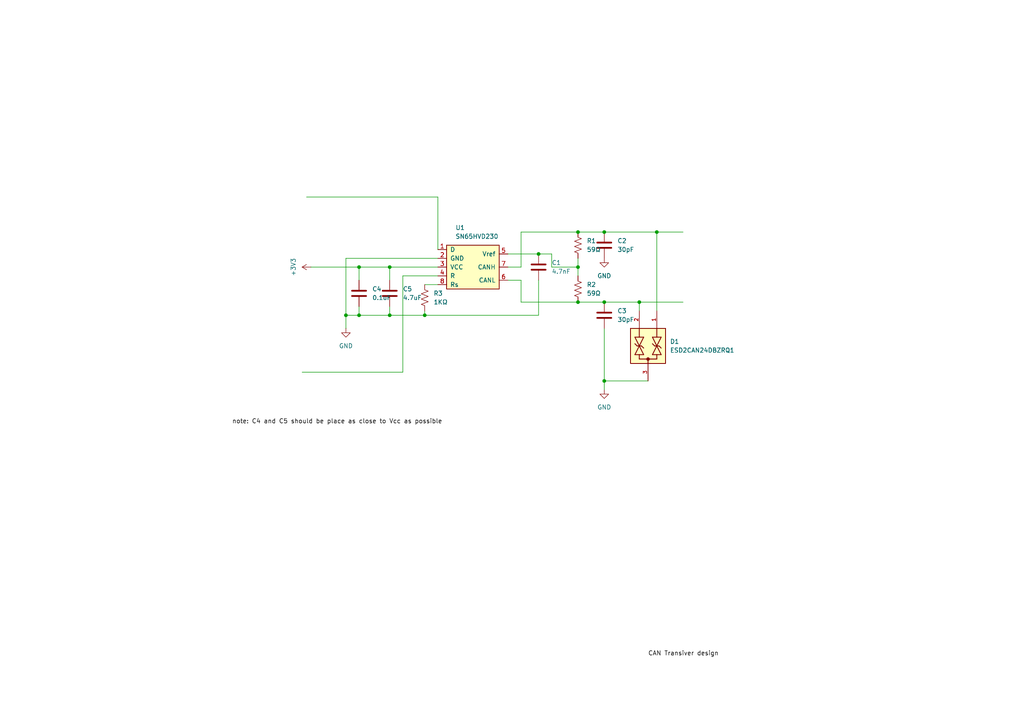
<source format=kicad_sch>
(kicad_sch (version 20250114) (generator "eeschema") (generator_version "9.0")
  (paper "A4")
  (lib_symbols
    (symbol "Device:C" (pin_numbers (hide yes)) (pin_names (offset 0.254))
      (property "Reference" "C" (at 0.635 2.54 0))
      (property "Value" "C" (at 0.635 -2.54 0))
      (symbol "C_0_1"
        (polyline (pts (xy -2.032 0.762) (xy 2.032 0.762)) (stroke (width 0.508)))
        (polyline (pts (xy -2.032 -0.762) (xy 2.032 -0.762)) (stroke (width 0.508)))
      )
      (symbol "C_1_1"
        (pin passive line (at 0 3.81 270) (length 2.794) (name "~") (number "1"))
        (pin passive line (at 0 -3.81 90) (length 2.794) (name "~") (number "2"))
      )
    )
    (symbol "Device:R_US" (pin_numbers (hide yes)) (pin_names (offset 0))
      (property "Reference" "R" (at 2.54 0 90))
      (property "Value" "R_US" (at -2.54 0 90))
      (symbol "R_US_0_1"
        (polyline (pts (xy 0 2.286) (xy 0 2.54)))
        (polyline (pts (xy 0 2.286) (xy 1.016 1.905) (xy 0 1.524) (xy -1.016 1.143) (xy 0 0.762)))
        (polyline (pts (xy 0 0.762) (xy 1.016 0.381) (xy 0 0) (xy -1.016 -0.381) (xy 0 -0.762)))
        (polyline (pts (xy 0 -0.762) (xy 1.016 -1.143) (xy 0 -1.524) (xy -1.016 -1.905) (xy 0 -2.286)))
        (polyline (pts (xy 0 -2.286) (xy 0 -2.54)))
      )
      (symbol "R_US_1_1"
        (pin passive line (at 0 3.81 270) (length 1.27) (name "~") (number "1"))
        (pin passive line (at 0 -3.81 90) (length 1.27) (name "~") (number "2"))
      )
    )
    (symbol "ESD2CAN24DBZRQ1:ESD2CAN24DBZRQ1" (pin_names (offset 1.016))
      (property "Reference" "D" (at -5.08 5.842 0))
      (property "Value" "ESD2CAN24DBZRQ1" (at -5.08 -7.62 0))
      (symbol "ESD2CAN24DBZRQ1_0_0"
        (polyline (pts (xy -5.08 2.54) (xy -2.54 2.54)) (stroke (width 0.254)))
        (polyline (pts (xy -5.08 -2.54) (xy -2.54 -2.54)) (stroke (width 0.254)))
        (rectangle (start -5.08 -5.08) (end 5.08 5.08) (stroke (width 0.254)) (fill (type background)))
        (polyline (pts (xy -2.54 3.81) (xy 0 2.54)) (stroke (width 0.254)))
        (polyline (pts (xy -2.54 2.54) (xy -2.54 3.81)) (stroke (width 0.254)))
        (polyline (pts (xy -2.54 1.27) (xy -2.54 2.54)) (stroke (width 0.254)))
        (polyline (pts (xy -2.54 -1.27) (xy 0 -2.54)) (stroke (width 0.254)))
        (polyline (pts (xy -2.54 -2.54) (xy -2.54 -1.27)) (stroke (width 0.254)))
        (polyline (pts (xy -2.54 -3.81) (xy -2.54 -2.54)) (stroke (width 0.254)))
        (polyline (pts (xy 0 3.175) (xy 0 2.54)) (stroke (width 0.254)))
        (polyline (pts (xy 0 2.54) (xy -2.54 1.27)) (stroke (width 0.254)))
        (polyline (pts (xy 0 2.54) (xy 0 1.905)) (stroke (width 0.254)))
        (polyline (pts (xy 0 2.54) (xy 2.54 3.81)) (stroke (width 0.254)))
        (polyline (pts (xy 0 1.905) (xy -0.635 1.27)) (stroke (width 0.254)))
        (polyline (pts (xy 0 -1.905) (xy 0 -2.54)) (stroke (width 0.254)))
        (polyline (pts (xy 0 -2.54) (xy -2.54 -3.81)) (stroke (width 0.254)))
        (polyline (pts (xy 0 -2.54) (xy 0 -3.175)) (stroke (width 0.254)))
        (polyline (pts (xy 0 -2.54) (xy 2.54 -1.27)) (stroke (width 0.254)))
        (polyline (pts (xy 0 -3.175) (xy -0.635 -3.81)) (stroke (width 0.254)))
        (polyline (pts (xy 0.635 3.81) (xy 0 3.175)) (stroke (width 0.254)))
        (polyline (pts (xy 0.635 -1.27) (xy 0 -1.905)) (stroke (width 0.254)))
        (polyline (pts (xy 2.54 3.81) (xy 2.54 2.54)) (stroke (width 0.254)))
        (polyline (pts (xy 2.54 2.54) (xy 2.54 1.27)) (stroke (width 0.254)))
        (polyline (pts (xy 2.54 1.27) (xy 0 2.54)) (stroke (width 0.254)))
        (polyline (pts (xy 2.54 -1.27) (xy 2.54 -2.54)) (stroke (width 0.254)))
        (polyline (pts (xy 2.54 -2.54) (xy 2.54 -3.81)) (stroke (width 0.254)))
        (polyline (pts (xy 2.54 -3.81) (xy 0 -2.54)) (stroke (width 0.254)))
        (polyline (pts (xy 3.81 2.54) (xy 2.54 2.54)) (stroke (width 0.254)))
        (polyline (pts (xy 3.81 2.54) (xy 3.81 0)) (stroke (width 0.254)))
        (polyline (pts (xy 3.81 0) (xy 3.81 -2.54)) (stroke (width 0.254)))
        (circle (center 3.81 0) (radius 0.254) (stroke (width 0.508)))
        (polyline (pts (xy 3.81 -2.54) (xy 2.54 -2.54)) (stroke (width 0.254)))
        (polyline (pts (xy 5.08 0) (xy 3.81 0)) (stroke (width 0.254)))
        (pin bidirectional line (at -10.16 2.54 0) (length 5.08) (name "~") (number "1"))
        (pin bidirectional line (at -10.16 -2.54 0) (length 5.08) (name "~") (number "2"))
        (pin power_in line (at 10.16 0 180) (length 5.08) (name "~") (number "3"))
      )
    )
    (symbol "Interface_CAN_LIN:SN65HVD230" (pin_names (offset 1.016))
      (property "Reference" "U1" (at 2.1433 10.16 0))
      (property "Value" "SN65HVD230" (at 2.1433 7.62 0))
      (symbol "SN65HVD230_0_1"
        (rectangle (start -7.62 5.08) (end 7.62 -7.62) (stroke (width 0.254)) (fill (type background)))
      )
      (symbol "SN65HVD230_1_1"
        (pin input line (at -10.16 3.81 0) (length 2.54) (name "D") (number "1"))
        (pin power_in line (at -10.16 1.27 0) (length 2.54) (name "GND") (number "2"))
        (pin power_in line (at -10.16 -1.27 0) (length 2.54) (name "VCC") (number "3"))
        (pin output line (at -10.16 -3.81 0) (length 2.54) (name "R") (number "4"))
        (pin input line (at -10.16 -6.35 0) (length 2.54) (name "Rs") (number "8"))
        (pin output line (at 10.16 2.54 180) (length 2.54) (name "Vref") (number "5"))
        (pin bidirectional line (at 10.16 -1.27 180) (length 2.54) (name "CANH") (number "7"))
        (pin bidirectional line (at 10.16 -5.08 180) (length 2.54) (name "CANL") (number "6"))
      )
    )
    (symbol "power:+3V3" (power) (pin_numbers (hide yes)) (pin_names (offset 0) (hide yes))
      (property "Value" "+3V3" (at 0 3.556 0))
      (symbol "+3V3_0_1"
        (polyline (pts (xy -0.762 1.27) (xy 0 2.54)))
        (polyline (pts (xy 0 2.54) (xy 0.762 1.27)))
        (polyline (pts (xy 0 0) (xy 0 2.54)))
      )
      (symbol "+3V3_1_1"
        (pin power_in line (at 0 0 90) (length 0) (name "~") (number "1"))
      )
    )
    (symbol "power:GND" (power) (pin_numbers (hide yes)) (pin_names (offset 0) (hide yes))
      (property "Value" "GND" (at 0 -3.81 0))
      (symbol "GND_0_1"
        (polyline (pts (xy 0 0) (xy 0 -1.27) (xy 1.27 -1.27) (xy 0 -2.54) (xy -1.27 -1.27) (xy 0 -1.27)))
      )
      (symbol "GND_1_1"
        (pin power_in line (at 0 0 270) (length 0) (name "~") (number "1"))
      )
    )
  )
  (junction (at 104.14 77.47))
  (junction (at 175.26 110.49))
  (junction (at 167.64 87.63))
  (junction (at 185.42 87.63))
  (junction (at 190.5 67.31))
  (junction (at 167.64 77.47))
  (junction (at 156.21 73.66))
  (junction (at 175.26 87.63))
  (junction (at 100.33 91.44))
  (junction (at 104.14 91.44))
  (junction (at 167.64 67.31))
  (junction (at 113.03 77.47))
  (junction (at 123.19 91.44))
  (junction (at 113.03 91.44))
  (junction (at 175.26 67.31))
  (wire (pts (xy 123.19 91.44) (xy 156.21 91.44)))
  (wire (pts (xy 127 72.39) (xy 127 57.15)))
  (wire (pts (xy 167.64 67.31) (xy 175.26 67.31)))
  (wire (pts (xy 113.03 77.47) (xy 127 77.47)))
  (wire (pts (xy 87.63 107.95) (xy 116.84 107.95)))
  (wire (pts (xy 90.17 77.47) (xy 104.14 77.47)))
  (wire (pts (xy 175.26 87.63) (xy 185.42 87.63)))
  (wire (pts (xy 104.14 88.9) (xy 104.14 91.44)))
  (wire (pts (xy 175.26 113.03) (xy 175.26 110.49)))
  (wire (pts (xy 113.03 91.44) (xy 123.19 91.44)))
  (wire (pts (xy 151.13 81.28) (xy 151.13 87.63)))
  (wire (pts (xy 156.21 73.66) (xy 160.02 73.66)))
  (wire (pts (xy 100.33 91.44) (xy 104.14 91.44)))
  (wire (pts (xy 113.03 81.28) (xy 113.03 77.47)))
  (wire (pts (xy 104.14 91.44) (xy 113.03 91.44)))
  (wire (pts (xy 104.14 81.28) (xy 104.14 77.47)))
  (wire (pts (xy 116.84 80.01) (xy 116.84 107.95)))
  (wire (pts (xy 88.9 57.15) (xy 127 57.15)))
  (wire (pts (xy 147.32 77.47) (xy 151.13 77.47)))
  (wire (pts (xy 160.02 77.47) (xy 167.64 77.47)))
  (wire (pts (xy 151.13 67.31) (xy 167.64 67.31)))
  (wire (pts (xy 167.64 74.93) (xy 167.64 77.47)))
  (wire (pts (xy 185.42 87.63) (xy 198.12 87.63)))
  (wire (pts (xy 104.14 77.47) (xy 113.03 77.47)))
  (wire (pts (xy 127 80.01) (xy 116.84 80.01)))
  (wire (pts (xy 151.13 87.63) (xy 167.64 87.63)))
  (wire (pts (xy 190.5 67.31) (xy 198.12 67.31)))
  (wire (pts (xy 167.64 87.63) (xy 175.26 87.63)))
  (wire (pts (xy 100.33 74.93) (xy 127 74.93)))
  (wire (pts (xy 147.32 73.66) (xy 156.21 73.66)))
  (wire (pts (xy 113.03 88.9) (xy 113.03 91.44)))
  (wire (pts (xy 123.19 90.17) (xy 123.19 91.44)))
  (wire (pts (xy 175.26 110.49) (xy 175.26 95.25)))
  (wire (pts (xy 175.26 67.31) (xy 190.5 67.31)))
  (wire (pts (xy 147.32 81.28) (xy 151.13 81.28)))
  (wire (pts (xy 175.26 110.49) (xy 187.96 110.49)))
  (wire (pts (xy 156.21 81.28) (xy 156.21 91.44)))
  (wire (pts (xy 160.02 73.66) (xy 160.02 77.47)))
  (wire (pts (xy 123.19 82.55) (xy 127 82.55)))
  (wire (pts (xy 167.64 77.47) (xy 167.64 80.01)))
  (wire (pts (xy 100.33 74.93) (xy 100.33 91.44)))
  (wire (pts (xy 100.33 95.25) (xy 100.33 91.44)))
  (wire (pts (xy 190.5 67.31) (xy 190.5 90.17)))
  (wire (pts (xy 151.13 77.47) (xy 151.13 67.31)))
  (wire (pts (xy 185.42 87.63) (xy 185.42 90.17)))
  (label "note: C4 and C5 should be place as close to Vcc as possible" (at 67.31 123.19 0))
  (label "CAN Transiver design" (at 187.96 190.5 0))
  (symbol (lib_id "Device:C") (at 175.26 91.44 0) (unit 1)
    (property "Reference" "C3" (at 179.07 90.1699 0) (effects (justify left)))
    (property "Value" "30pF" (at 179.07 92.7099 0) (effects (justify left)))
    (property "Description" "Unpolarized capacitor" (effects (hide yes)))
  )
  (symbol (lib_id "Device:C") (at 104.14 85.09 0) (unit 1)
    (property "Reference" "C4" (at 107.95 83.8199 0) (effects (justify left)))
    (property "Value" "0.1uF" (at 107.95 86.3599 0) (effects (justify left)))
    (property "Description" "Unpolarized capacitor" (effects (hide yes)))
  )
  (symbol (lib_id "Device:C") (at 175.26 71.12 0) (unit 1)
    (property "Reference" "C2" (at 179.07 69.8499 0) (effects (justify left)))
    (property "Value" "30pF" (at 179.07 72.3899 0) (effects (justify left)))
    (property "Description" "Unpolarized capacitor" (effects (hide yes)))
  )
  (symbol (lib_id "ESD2CAN24DBZRQ1:ESD2CAN24DBZRQ1") (at 187.96 100.33 270) (unit 1)
    (property "Reference" "D1" (at 194.31 99.0599 90) (effects (justify left)))
    (property "Value" "ESD2CAN24DBZRQ1" (at 194.31 101.5999 90) (effects (justify left)))
    (property "Footprint" "ESD2CAN24DBZRQ1:SOT95P237X112-3N" (effects (hide yes)))
    (property "MF" "Texas Instruments" (effects (hide yes)))
    (property "MAXIMUM_PACKAGE_HEIGHT" "1.12 mm" (effects (hide yes)))
    (property "Package" "SOT-23 Texas Instruments" (effects (hide yes)))
    (property "Price" "None" (effects (hide yes)))
    (property "Check_prices" "https://www.snapeda.com/parts/ESD2CAN24DBZRQ1/Texas+Instruments/view-part/?ref=eda" (effects (hide yes)))
    (property "STANDARD" "IPC-7351B" (effects (hide yes)))
    (property "PARTREV" "C" (effects (hide yes)))
    (property "SnapEDA_Link" "https://www.snapeda.com/parts/ESD2CAN24DBZRQ1/Texas+Instruments/view-part/?ref=snap" (effects (hide yes)))
    (property "MP" "ESD2CAN24DBZRQ1" (effects (hide yes)))
    (property "Description_1" "Automotive, dual, 3-pF, ±24-V, ±30-kV ESD protection diode for in-vehicle networks" (effects (hide yes)))
    (property "Availability" "In Stock" (effects (hide yes)))
    (property "MANUFACTURER" "Texas Instruments" (effects (hide yes)))
  )
  (symbol (lib_id "Device:C") (at 113.03 85.09 0) (unit 1)
    (property "Reference" "C5" (at 116.84 83.8199 0) (effects (justify left)))
    (property "Value" "4.7uF" (at 116.84 86.3599 0) (effects (justify left)))
    (property "Description" "Unpolarized capacitor" (effects (hide yes)))
  )
  (symbol (lib_id "power:GND") (at 100.33 95.25 0) (unit 1)
    (property "Reference" "#PWR02" (effects (hide yes)))
    (property "Value" "GND" (at 100.33 100.33 0))
    (property "Description" "Power symbol creates a global label with name \"GND\" , ground" (effects (hide yes)))
  )
  (symbol (lib_id "Device:R_US") (at 167.64 83.82 0) (unit 1)
    (property "Reference" "R2" (at 170.18 82.5499 0) (effects (justify left)))
    (property "Value" "59Ω" (at 170.18 85.0899 0) (effects (justify left)))
    (property "Description" "Resistor, US symbol" (effects (hide yes)))
  )
  (symbol (lib_id "Interface_CAN_LIN:SN65HVD230") (at 137.16 76.2 0) (unit 1)
    (property "Reference" "U1" (at 132.08 66.04 0) (effects (justify left)))
    (property "Value" "SN65HVD230" (at 132.08 68.58 0) (effects (justify left)))
    (property "Footprint" "Package_SO:SOIC-8_3.9x4.9mm_P1.27mm" (effects (hide yes)))
    (property "Datasheet" "http://www.ti.com/lit/ds/symlink/sn65hvd230.pdf" (effects (hide yes)))
    (property "Description" "CAN Bus Transceivers, 3.3V, 1Mbps, Low-Power capabilities, SOIC-8" (effects (hide yes)))
  )
  (symbol (lib_id "Device:R_US") (at 123.19 86.36 0) (unit 1)
    (property "Reference" "R3" (at 125.73 85.0899 0) (effects (justify left)))
    (property "Value" "1KΩ" (at 125.73 87.6299 0) (effects (justify left)))
    (property "Description" "Resistor, US symbol" (effects (hide yes)))
  )
  (symbol (lib_id "power:GND") (at 175.26 113.03 0) (unit 1)
    (property "Reference" "#PWR04" (effects (hide yes)))
    (property "Value" "GND" (at 175.26 118.11 0))
    (property "Description" "Power symbol creates a global label with name \"GND\" , ground" (effects (hide yes)))
  )
  (symbol (lib_id "power:GND") (at 175.26 74.93 0) (unit 1)
    (property "Reference" "#PWR03" (effects (hide yes)))
    (property "Value" "GND" (at 175.26 80.01 0))
    (property "Description" "Power symbol creates a global label with name \"GND\" , ground" (effects (hide yes)))
  )
  (symbol (lib_id "Device:C") (at 156.21 77.47 0) (unit 1)
    (property "Reference" "C1" (at 160.02 76.1999 0) (effects (justify left)))
    (property "Value" "4.7nF" (at 160.02 78.74 0) (effects (justify left)))
    (property "Description" "Unpolarized capacitor" (effects (hide yes)))
  )
  (symbol (lib_id "power:+3V3") (at 90.17 77.47 90) (unit 1)
    (property "Reference" "#PWR01" (effects (hide yes)))
    (property "Value" "+3V3" (at 85.09 77.47 0))
    (property "Description" "Power symbol creates a global label with name \"+3V3\"" (effects (hide yes)))
  )
  (symbol (lib_id "Device:R_US") (at 167.64 71.12 0) (unit 1)
    (property "Reference" "R1" (at 170.18 69.8499 0) (effects (justify left)))
    (property "Value" "59Ω" (at 170.18 72.3899 0) (effects (justify left)))
    (property "Description" "Resistor, US symbol" (effects (hide yes)))
  )
)
</source>
